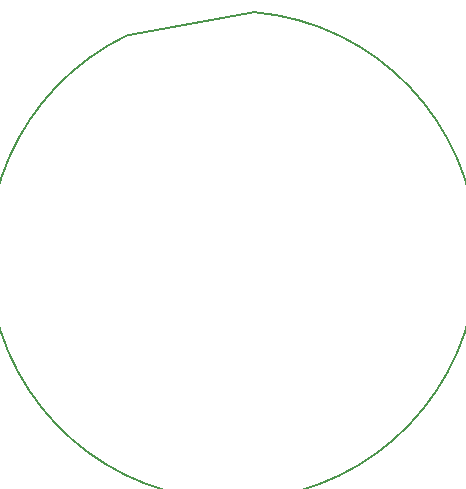
<source format=gbr>
G04 #@! TF.FileFunction,Profile,NP*
%FSLAX46Y46*%
G04 Gerber Fmt 4.6, Leading zero omitted, Abs format (unit mm)*
G04 Created by KiCad (PCBNEW 4.0.7-e2-6376~61~ubuntu18.04.1) date Sat Jul  7 14:25:19 2018*
%MOMM*%
%LPD*%
G01*
G04 APERTURE LIST*
%ADD10C,0.100000*%
%ADD11C,0.150000*%
G04 APERTURE END LIST*
D10*
D11*
X151184572Y-44796267D02*
G75*
G03X161900000Y-42900000I8835428J-18703733D01*
G01*
X161900000Y-42900000D02*
X151200000Y-44800000D01*
M02*

</source>
